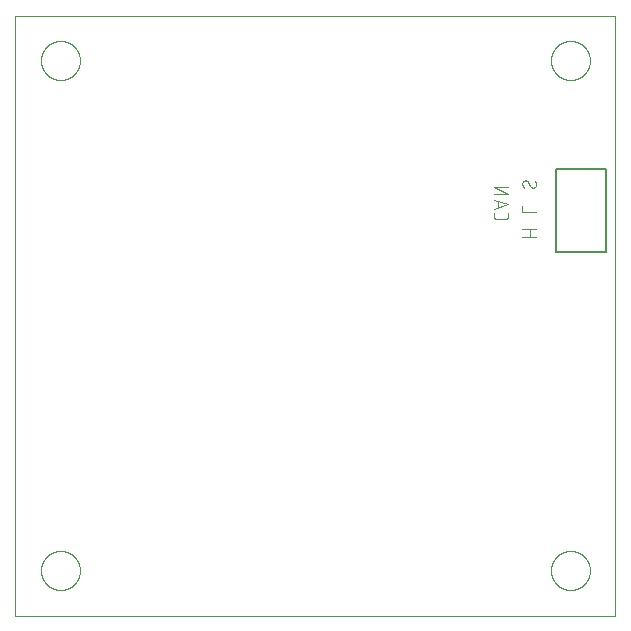
<source format=gbo>
G75*
%MOIN*%
%OFA0B0*%
%FSLAX25Y25*%
%IPPOS*%
%LPD*%
%AMOC8*
5,1,8,0,0,1.08239X$1,22.5*
%
%ADD10C,0.00300*%
%ADD11C,0.00400*%
%ADD12C,0.00000*%
%ADD13C,0.00500*%
D10*
X0430000Y0315000D02*
X0430000Y0515000D01*
X0630000Y0515000D01*
X0630000Y0315000D01*
X0430000Y0315000D01*
D11*
X0598950Y0441222D02*
X0603550Y0441222D01*
X0601506Y0441222D02*
X0601506Y0443778D01*
X0603550Y0443778D02*
X0598950Y0443778D01*
X0598950Y0449603D02*
X0598950Y0451647D01*
X0598950Y0449603D02*
X0603550Y0449603D01*
X0594175Y0449060D02*
X0594175Y0448038D01*
X0594173Y0447976D01*
X0594168Y0447915D01*
X0594158Y0447854D01*
X0594145Y0447793D01*
X0594129Y0447734D01*
X0594109Y0447676D01*
X0594085Y0447619D01*
X0594058Y0447563D01*
X0594028Y0447509D01*
X0593994Y0447457D01*
X0593957Y0447408D01*
X0593918Y0447360D01*
X0593876Y0447315D01*
X0593831Y0447273D01*
X0593783Y0447233D01*
X0593734Y0447197D01*
X0593682Y0447163D01*
X0593628Y0447133D01*
X0593572Y0447106D01*
X0593515Y0447082D01*
X0593457Y0447062D01*
X0593398Y0447046D01*
X0593337Y0447033D01*
X0593276Y0447023D01*
X0593215Y0447018D01*
X0593153Y0447016D01*
X0590597Y0447016D01*
X0590535Y0447018D01*
X0590474Y0447023D01*
X0590413Y0447033D01*
X0590352Y0447046D01*
X0590293Y0447062D01*
X0590235Y0447082D01*
X0590178Y0447106D01*
X0590122Y0447133D01*
X0590068Y0447163D01*
X0590016Y0447197D01*
X0589967Y0447233D01*
X0589919Y0447273D01*
X0589874Y0447315D01*
X0589832Y0447360D01*
X0589792Y0447408D01*
X0589756Y0447457D01*
X0589722Y0447509D01*
X0589692Y0447563D01*
X0589665Y0447619D01*
X0589641Y0447676D01*
X0589621Y0447734D01*
X0589605Y0447793D01*
X0589592Y0447854D01*
X0589582Y0447915D01*
X0589577Y0447976D01*
X0589575Y0448038D01*
X0589575Y0449060D01*
X0589575Y0450523D02*
X0594175Y0452057D01*
X0589575Y0453590D01*
X0590725Y0453207D02*
X0590725Y0450907D01*
X0589575Y0455429D02*
X0594175Y0455429D01*
X0589575Y0457984D01*
X0594175Y0457984D01*
X0599972Y0460028D02*
X0600035Y0460026D01*
X0600098Y0460020D01*
X0600161Y0460011D01*
X0600223Y0459997D01*
X0600284Y0459980D01*
X0600344Y0459959D01*
X0600402Y0459935D01*
X0600459Y0459907D01*
X0600514Y0459875D01*
X0600567Y0459840D01*
X0600618Y0459802D01*
X0600666Y0459761D01*
X0600712Y0459718D01*
X0600755Y0459671D01*
X0600795Y0459622D01*
X0600832Y0459571D01*
X0600866Y0459517D01*
X0600867Y0459517D02*
X0601633Y0458111D01*
X0603550Y0458622D02*
X0603548Y0458704D01*
X0603543Y0458786D01*
X0603534Y0458868D01*
X0603522Y0458949D01*
X0603506Y0459030D01*
X0603487Y0459110D01*
X0603464Y0459189D01*
X0603438Y0459267D01*
X0603409Y0459344D01*
X0603376Y0459419D01*
X0603340Y0459493D01*
X0603302Y0459566D01*
X0603260Y0459637D01*
X0603215Y0459705D01*
X0603167Y0459772D01*
X0601634Y0458111D02*
X0601668Y0458057D01*
X0601705Y0458006D01*
X0601745Y0457957D01*
X0601788Y0457910D01*
X0601834Y0457867D01*
X0601882Y0457826D01*
X0601933Y0457788D01*
X0601986Y0457753D01*
X0602041Y0457721D01*
X0602098Y0457693D01*
X0602156Y0457669D01*
X0602216Y0457648D01*
X0602277Y0457631D01*
X0602339Y0457617D01*
X0602402Y0457608D01*
X0602465Y0457602D01*
X0602528Y0457600D01*
X0602590Y0457602D01*
X0602651Y0457607D01*
X0602712Y0457617D01*
X0602773Y0457630D01*
X0602832Y0457646D01*
X0602890Y0457666D01*
X0602947Y0457690D01*
X0603003Y0457717D01*
X0603057Y0457747D01*
X0603109Y0457781D01*
X0603158Y0457818D01*
X0603206Y0457857D01*
X0603251Y0457899D01*
X0603293Y0457944D01*
X0603333Y0457992D01*
X0603369Y0458041D01*
X0603403Y0458093D01*
X0603433Y0458147D01*
X0603460Y0458203D01*
X0603484Y0458260D01*
X0603504Y0458318D01*
X0603520Y0458377D01*
X0603533Y0458438D01*
X0603543Y0458499D01*
X0603548Y0458560D01*
X0603550Y0458622D01*
X0599589Y0457473D02*
X0599526Y0457537D01*
X0599467Y0457605D01*
X0599410Y0457674D01*
X0599356Y0457746D01*
X0599305Y0457820D01*
X0599257Y0457896D01*
X0599213Y0457973D01*
X0599172Y0458053D01*
X0599134Y0458134D01*
X0599099Y0458217D01*
X0599068Y0458301D01*
X0599041Y0458387D01*
X0599017Y0458473D01*
X0598996Y0458561D01*
X0598980Y0458649D01*
X0598967Y0458738D01*
X0598957Y0458827D01*
X0598952Y0458916D01*
X0598950Y0459006D01*
X0598952Y0459068D01*
X0598957Y0459129D01*
X0598967Y0459190D01*
X0598980Y0459251D01*
X0598996Y0459310D01*
X0599016Y0459368D01*
X0599040Y0459425D01*
X0599067Y0459481D01*
X0599097Y0459535D01*
X0599131Y0459587D01*
X0599167Y0459636D01*
X0599207Y0459684D01*
X0599249Y0459729D01*
X0599294Y0459771D01*
X0599342Y0459811D01*
X0599391Y0459847D01*
X0599443Y0459881D01*
X0599497Y0459911D01*
X0599553Y0459938D01*
X0599610Y0459962D01*
X0599668Y0459982D01*
X0599727Y0459998D01*
X0599788Y0460011D01*
X0599849Y0460021D01*
X0599910Y0460026D01*
X0599972Y0460028D01*
D12*
X0608500Y0500000D02*
X0608502Y0500161D01*
X0608508Y0500321D01*
X0608518Y0500482D01*
X0608532Y0500642D01*
X0608550Y0500802D01*
X0608571Y0500961D01*
X0608597Y0501120D01*
X0608627Y0501278D01*
X0608660Y0501435D01*
X0608698Y0501592D01*
X0608739Y0501747D01*
X0608784Y0501901D01*
X0608833Y0502054D01*
X0608886Y0502206D01*
X0608942Y0502357D01*
X0609003Y0502506D01*
X0609066Y0502654D01*
X0609134Y0502800D01*
X0609205Y0502944D01*
X0609279Y0503086D01*
X0609357Y0503227D01*
X0609439Y0503365D01*
X0609524Y0503502D01*
X0609612Y0503636D01*
X0609704Y0503768D01*
X0609799Y0503898D01*
X0609897Y0504026D01*
X0609998Y0504151D01*
X0610102Y0504273D01*
X0610209Y0504393D01*
X0610319Y0504510D01*
X0610432Y0504625D01*
X0610548Y0504736D01*
X0610667Y0504845D01*
X0610788Y0504950D01*
X0610912Y0505053D01*
X0611038Y0505153D01*
X0611166Y0505249D01*
X0611297Y0505342D01*
X0611431Y0505432D01*
X0611566Y0505519D01*
X0611704Y0505602D01*
X0611843Y0505682D01*
X0611985Y0505758D01*
X0612128Y0505831D01*
X0612273Y0505900D01*
X0612420Y0505966D01*
X0612568Y0506028D01*
X0612718Y0506086D01*
X0612869Y0506141D01*
X0613022Y0506192D01*
X0613176Y0506239D01*
X0613331Y0506282D01*
X0613487Y0506321D01*
X0613643Y0506357D01*
X0613801Y0506388D01*
X0613959Y0506416D01*
X0614118Y0506440D01*
X0614278Y0506460D01*
X0614438Y0506476D01*
X0614598Y0506488D01*
X0614759Y0506496D01*
X0614920Y0506500D01*
X0615080Y0506500D01*
X0615241Y0506496D01*
X0615402Y0506488D01*
X0615562Y0506476D01*
X0615722Y0506460D01*
X0615882Y0506440D01*
X0616041Y0506416D01*
X0616199Y0506388D01*
X0616357Y0506357D01*
X0616513Y0506321D01*
X0616669Y0506282D01*
X0616824Y0506239D01*
X0616978Y0506192D01*
X0617131Y0506141D01*
X0617282Y0506086D01*
X0617432Y0506028D01*
X0617580Y0505966D01*
X0617727Y0505900D01*
X0617872Y0505831D01*
X0618015Y0505758D01*
X0618157Y0505682D01*
X0618296Y0505602D01*
X0618434Y0505519D01*
X0618569Y0505432D01*
X0618703Y0505342D01*
X0618834Y0505249D01*
X0618962Y0505153D01*
X0619088Y0505053D01*
X0619212Y0504950D01*
X0619333Y0504845D01*
X0619452Y0504736D01*
X0619568Y0504625D01*
X0619681Y0504510D01*
X0619791Y0504393D01*
X0619898Y0504273D01*
X0620002Y0504151D01*
X0620103Y0504026D01*
X0620201Y0503898D01*
X0620296Y0503768D01*
X0620388Y0503636D01*
X0620476Y0503502D01*
X0620561Y0503365D01*
X0620643Y0503227D01*
X0620721Y0503086D01*
X0620795Y0502944D01*
X0620866Y0502800D01*
X0620934Y0502654D01*
X0620997Y0502506D01*
X0621058Y0502357D01*
X0621114Y0502206D01*
X0621167Y0502054D01*
X0621216Y0501901D01*
X0621261Y0501747D01*
X0621302Y0501592D01*
X0621340Y0501435D01*
X0621373Y0501278D01*
X0621403Y0501120D01*
X0621429Y0500961D01*
X0621450Y0500802D01*
X0621468Y0500642D01*
X0621482Y0500482D01*
X0621492Y0500321D01*
X0621498Y0500161D01*
X0621500Y0500000D01*
X0621498Y0499839D01*
X0621492Y0499679D01*
X0621482Y0499518D01*
X0621468Y0499358D01*
X0621450Y0499198D01*
X0621429Y0499039D01*
X0621403Y0498880D01*
X0621373Y0498722D01*
X0621340Y0498565D01*
X0621302Y0498408D01*
X0621261Y0498253D01*
X0621216Y0498099D01*
X0621167Y0497946D01*
X0621114Y0497794D01*
X0621058Y0497643D01*
X0620997Y0497494D01*
X0620934Y0497346D01*
X0620866Y0497200D01*
X0620795Y0497056D01*
X0620721Y0496914D01*
X0620643Y0496773D01*
X0620561Y0496635D01*
X0620476Y0496498D01*
X0620388Y0496364D01*
X0620296Y0496232D01*
X0620201Y0496102D01*
X0620103Y0495974D01*
X0620002Y0495849D01*
X0619898Y0495727D01*
X0619791Y0495607D01*
X0619681Y0495490D01*
X0619568Y0495375D01*
X0619452Y0495264D01*
X0619333Y0495155D01*
X0619212Y0495050D01*
X0619088Y0494947D01*
X0618962Y0494847D01*
X0618834Y0494751D01*
X0618703Y0494658D01*
X0618569Y0494568D01*
X0618434Y0494481D01*
X0618296Y0494398D01*
X0618157Y0494318D01*
X0618015Y0494242D01*
X0617872Y0494169D01*
X0617727Y0494100D01*
X0617580Y0494034D01*
X0617432Y0493972D01*
X0617282Y0493914D01*
X0617131Y0493859D01*
X0616978Y0493808D01*
X0616824Y0493761D01*
X0616669Y0493718D01*
X0616513Y0493679D01*
X0616357Y0493643D01*
X0616199Y0493612D01*
X0616041Y0493584D01*
X0615882Y0493560D01*
X0615722Y0493540D01*
X0615562Y0493524D01*
X0615402Y0493512D01*
X0615241Y0493504D01*
X0615080Y0493500D01*
X0614920Y0493500D01*
X0614759Y0493504D01*
X0614598Y0493512D01*
X0614438Y0493524D01*
X0614278Y0493540D01*
X0614118Y0493560D01*
X0613959Y0493584D01*
X0613801Y0493612D01*
X0613643Y0493643D01*
X0613487Y0493679D01*
X0613331Y0493718D01*
X0613176Y0493761D01*
X0613022Y0493808D01*
X0612869Y0493859D01*
X0612718Y0493914D01*
X0612568Y0493972D01*
X0612420Y0494034D01*
X0612273Y0494100D01*
X0612128Y0494169D01*
X0611985Y0494242D01*
X0611843Y0494318D01*
X0611704Y0494398D01*
X0611566Y0494481D01*
X0611431Y0494568D01*
X0611297Y0494658D01*
X0611166Y0494751D01*
X0611038Y0494847D01*
X0610912Y0494947D01*
X0610788Y0495050D01*
X0610667Y0495155D01*
X0610548Y0495264D01*
X0610432Y0495375D01*
X0610319Y0495490D01*
X0610209Y0495607D01*
X0610102Y0495727D01*
X0609998Y0495849D01*
X0609897Y0495974D01*
X0609799Y0496102D01*
X0609704Y0496232D01*
X0609612Y0496364D01*
X0609524Y0496498D01*
X0609439Y0496635D01*
X0609357Y0496773D01*
X0609279Y0496914D01*
X0609205Y0497056D01*
X0609134Y0497200D01*
X0609066Y0497346D01*
X0609003Y0497494D01*
X0608942Y0497643D01*
X0608886Y0497794D01*
X0608833Y0497946D01*
X0608784Y0498099D01*
X0608739Y0498253D01*
X0608698Y0498408D01*
X0608660Y0498565D01*
X0608627Y0498722D01*
X0608597Y0498880D01*
X0608571Y0499039D01*
X0608550Y0499198D01*
X0608532Y0499358D01*
X0608518Y0499518D01*
X0608508Y0499679D01*
X0608502Y0499839D01*
X0608500Y0500000D01*
X0438500Y0500000D02*
X0438502Y0500161D01*
X0438508Y0500321D01*
X0438518Y0500482D01*
X0438532Y0500642D01*
X0438550Y0500802D01*
X0438571Y0500961D01*
X0438597Y0501120D01*
X0438627Y0501278D01*
X0438660Y0501435D01*
X0438698Y0501592D01*
X0438739Y0501747D01*
X0438784Y0501901D01*
X0438833Y0502054D01*
X0438886Y0502206D01*
X0438942Y0502357D01*
X0439003Y0502506D01*
X0439066Y0502654D01*
X0439134Y0502800D01*
X0439205Y0502944D01*
X0439279Y0503086D01*
X0439357Y0503227D01*
X0439439Y0503365D01*
X0439524Y0503502D01*
X0439612Y0503636D01*
X0439704Y0503768D01*
X0439799Y0503898D01*
X0439897Y0504026D01*
X0439998Y0504151D01*
X0440102Y0504273D01*
X0440209Y0504393D01*
X0440319Y0504510D01*
X0440432Y0504625D01*
X0440548Y0504736D01*
X0440667Y0504845D01*
X0440788Y0504950D01*
X0440912Y0505053D01*
X0441038Y0505153D01*
X0441166Y0505249D01*
X0441297Y0505342D01*
X0441431Y0505432D01*
X0441566Y0505519D01*
X0441704Y0505602D01*
X0441843Y0505682D01*
X0441985Y0505758D01*
X0442128Y0505831D01*
X0442273Y0505900D01*
X0442420Y0505966D01*
X0442568Y0506028D01*
X0442718Y0506086D01*
X0442869Y0506141D01*
X0443022Y0506192D01*
X0443176Y0506239D01*
X0443331Y0506282D01*
X0443487Y0506321D01*
X0443643Y0506357D01*
X0443801Y0506388D01*
X0443959Y0506416D01*
X0444118Y0506440D01*
X0444278Y0506460D01*
X0444438Y0506476D01*
X0444598Y0506488D01*
X0444759Y0506496D01*
X0444920Y0506500D01*
X0445080Y0506500D01*
X0445241Y0506496D01*
X0445402Y0506488D01*
X0445562Y0506476D01*
X0445722Y0506460D01*
X0445882Y0506440D01*
X0446041Y0506416D01*
X0446199Y0506388D01*
X0446357Y0506357D01*
X0446513Y0506321D01*
X0446669Y0506282D01*
X0446824Y0506239D01*
X0446978Y0506192D01*
X0447131Y0506141D01*
X0447282Y0506086D01*
X0447432Y0506028D01*
X0447580Y0505966D01*
X0447727Y0505900D01*
X0447872Y0505831D01*
X0448015Y0505758D01*
X0448157Y0505682D01*
X0448296Y0505602D01*
X0448434Y0505519D01*
X0448569Y0505432D01*
X0448703Y0505342D01*
X0448834Y0505249D01*
X0448962Y0505153D01*
X0449088Y0505053D01*
X0449212Y0504950D01*
X0449333Y0504845D01*
X0449452Y0504736D01*
X0449568Y0504625D01*
X0449681Y0504510D01*
X0449791Y0504393D01*
X0449898Y0504273D01*
X0450002Y0504151D01*
X0450103Y0504026D01*
X0450201Y0503898D01*
X0450296Y0503768D01*
X0450388Y0503636D01*
X0450476Y0503502D01*
X0450561Y0503365D01*
X0450643Y0503227D01*
X0450721Y0503086D01*
X0450795Y0502944D01*
X0450866Y0502800D01*
X0450934Y0502654D01*
X0450997Y0502506D01*
X0451058Y0502357D01*
X0451114Y0502206D01*
X0451167Y0502054D01*
X0451216Y0501901D01*
X0451261Y0501747D01*
X0451302Y0501592D01*
X0451340Y0501435D01*
X0451373Y0501278D01*
X0451403Y0501120D01*
X0451429Y0500961D01*
X0451450Y0500802D01*
X0451468Y0500642D01*
X0451482Y0500482D01*
X0451492Y0500321D01*
X0451498Y0500161D01*
X0451500Y0500000D01*
X0451498Y0499839D01*
X0451492Y0499679D01*
X0451482Y0499518D01*
X0451468Y0499358D01*
X0451450Y0499198D01*
X0451429Y0499039D01*
X0451403Y0498880D01*
X0451373Y0498722D01*
X0451340Y0498565D01*
X0451302Y0498408D01*
X0451261Y0498253D01*
X0451216Y0498099D01*
X0451167Y0497946D01*
X0451114Y0497794D01*
X0451058Y0497643D01*
X0450997Y0497494D01*
X0450934Y0497346D01*
X0450866Y0497200D01*
X0450795Y0497056D01*
X0450721Y0496914D01*
X0450643Y0496773D01*
X0450561Y0496635D01*
X0450476Y0496498D01*
X0450388Y0496364D01*
X0450296Y0496232D01*
X0450201Y0496102D01*
X0450103Y0495974D01*
X0450002Y0495849D01*
X0449898Y0495727D01*
X0449791Y0495607D01*
X0449681Y0495490D01*
X0449568Y0495375D01*
X0449452Y0495264D01*
X0449333Y0495155D01*
X0449212Y0495050D01*
X0449088Y0494947D01*
X0448962Y0494847D01*
X0448834Y0494751D01*
X0448703Y0494658D01*
X0448569Y0494568D01*
X0448434Y0494481D01*
X0448296Y0494398D01*
X0448157Y0494318D01*
X0448015Y0494242D01*
X0447872Y0494169D01*
X0447727Y0494100D01*
X0447580Y0494034D01*
X0447432Y0493972D01*
X0447282Y0493914D01*
X0447131Y0493859D01*
X0446978Y0493808D01*
X0446824Y0493761D01*
X0446669Y0493718D01*
X0446513Y0493679D01*
X0446357Y0493643D01*
X0446199Y0493612D01*
X0446041Y0493584D01*
X0445882Y0493560D01*
X0445722Y0493540D01*
X0445562Y0493524D01*
X0445402Y0493512D01*
X0445241Y0493504D01*
X0445080Y0493500D01*
X0444920Y0493500D01*
X0444759Y0493504D01*
X0444598Y0493512D01*
X0444438Y0493524D01*
X0444278Y0493540D01*
X0444118Y0493560D01*
X0443959Y0493584D01*
X0443801Y0493612D01*
X0443643Y0493643D01*
X0443487Y0493679D01*
X0443331Y0493718D01*
X0443176Y0493761D01*
X0443022Y0493808D01*
X0442869Y0493859D01*
X0442718Y0493914D01*
X0442568Y0493972D01*
X0442420Y0494034D01*
X0442273Y0494100D01*
X0442128Y0494169D01*
X0441985Y0494242D01*
X0441843Y0494318D01*
X0441704Y0494398D01*
X0441566Y0494481D01*
X0441431Y0494568D01*
X0441297Y0494658D01*
X0441166Y0494751D01*
X0441038Y0494847D01*
X0440912Y0494947D01*
X0440788Y0495050D01*
X0440667Y0495155D01*
X0440548Y0495264D01*
X0440432Y0495375D01*
X0440319Y0495490D01*
X0440209Y0495607D01*
X0440102Y0495727D01*
X0439998Y0495849D01*
X0439897Y0495974D01*
X0439799Y0496102D01*
X0439704Y0496232D01*
X0439612Y0496364D01*
X0439524Y0496498D01*
X0439439Y0496635D01*
X0439357Y0496773D01*
X0439279Y0496914D01*
X0439205Y0497056D01*
X0439134Y0497200D01*
X0439066Y0497346D01*
X0439003Y0497494D01*
X0438942Y0497643D01*
X0438886Y0497794D01*
X0438833Y0497946D01*
X0438784Y0498099D01*
X0438739Y0498253D01*
X0438698Y0498408D01*
X0438660Y0498565D01*
X0438627Y0498722D01*
X0438597Y0498880D01*
X0438571Y0499039D01*
X0438550Y0499198D01*
X0438532Y0499358D01*
X0438518Y0499518D01*
X0438508Y0499679D01*
X0438502Y0499839D01*
X0438500Y0500000D01*
X0438500Y0330000D02*
X0438502Y0330161D01*
X0438508Y0330321D01*
X0438518Y0330482D01*
X0438532Y0330642D01*
X0438550Y0330802D01*
X0438571Y0330961D01*
X0438597Y0331120D01*
X0438627Y0331278D01*
X0438660Y0331435D01*
X0438698Y0331592D01*
X0438739Y0331747D01*
X0438784Y0331901D01*
X0438833Y0332054D01*
X0438886Y0332206D01*
X0438942Y0332357D01*
X0439003Y0332506D01*
X0439066Y0332654D01*
X0439134Y0332800D01*
X0439205Y0332944D01*
X0439279Y0333086D01*
X0439357Y0333227D01*
X0439439Y0333365D01*
X0439524Y0333502D01*
X0439612Y0333636D01*
X0439704Y0333768D01*
X0439799Y0333898D01*
X0439897Y0334026D01*
X0439998Y0334151D01*
X0440102Y0334273D01*
X0440209Y0334393D01*
X0440319Y0334510D01*
X0440432Y0334625D01*
X0440548Y0334736D01*
X0440667Y0334845D01*
X0440788Y0334950D01*
X0440912Y0335053D01*
X0441038Y0335153D01*
X0441166Y0335249D01*
X0441297Y0335342D01*
X0441431Y0335432D01*
X0441566Y0335519D01*
X0441704Y0335602D01*
X0441843Y0335682D01*
X0441985Y0335758D01*
X0442128Y0335831D01*
X0442273Y0335900D01*
X0442420Y0335966D01*
X0442568Y0336028D01*
X0442718Y0336086D01*
X0442869Y0336141D01*
X0443022Y0336192D01*
X0443176Y0336239D01*
X0443331Y0336282D01*
X0443487Y0336321D01*
X0443643Y0336357D01*
X0443801Y0336388D01*
X0443959Y0336416D01*
X0444118Y0336440D01*
X0444278Y0336460D01*
X0444438Y0336476D01*
X0444598Y0336488D01*
X0444759Y0336496D01*
X0444920Y0336500D01*
X0445080Y0336500D01*
X0445241Y0336496D01*
X0445402Y0336488D01*
X0445562Y0336476D01*
X0445722Y0336460D01*
X0445882Y0336440D01*
X0446041Y0336416D01*
X0446199Y0336388D01*
X0446357Y0336357D01*
X0446513Y0336321D01*
X0446669Y0336282D01*
X0446824Y0336239D01*
X0446978Y0336192D01*
X0447131Y0336141D01*
X0447282Y0336086D01*
X0447432Y0336028D01*
X0447580Y0335966D01*
X0447727Y0335900D01*
X0447872Y0335831D01*
X0448015Y0335758D01*
X0448157Y0335682D01*
X0448296Y0335602D01*
X0448434Y0335519D01*
X0448569Y0335432D01*
X0448703Y0335342D01*
X0448834Y0335249D01*
X0448962Y0335153D01*
X0449088Y0335053D01*
X0449212Y0334950D01*
X0449333Y0334845D01*
X0449452Y0334736D01*
X0449568Y0334625D01*
X0449681Y0334510D01*
X0449791Y0334393D01*
X0449898Y0334273D01*
X0450002Y0334151D01*
X0450103Y0334026D01*
X0450201Y0333898D01*
X0450296Y0333768D01*
X0450388Y0333636D01*
X0450476Y0333502D01*
X0450561Y0333365D01*
X0450643Y0333227D01*
X0450721Y0333086D01*
X0450795Y0332944D01*
X0450866Y0332800D01*
X0450934Y0332654D01*
X0450997Y0332506D01*
X0451058Y0332357D01*
X0451114Y0332206D01*
X0451167Y0332054D01*
X0451216Y0331901D01*
X0451261Y0331747D01*
X0451302Y0331592D01*
X0451340Y0331435D01*
X0451373Y0331278D01*
X0451403Y0331120D01*
X0451429Y0330961D01*
X0451450Y0330802D01*
X0451468Y0330642D01*
X0451482Y0330482D01*
X0451492Y0330321D01*
X0451498Y0330161D01*
X0451500Y0330000D01*
X0451498Y0329839D01*
X0451492Y0329679D01*
X0451482Y0329518D01*
X0451468Y0329358D01*
X0451450Y0329198D01*
X0451429Y0329039D01*
X0451403Y0328880D01*
X0451373Y0328722D01*
X0451340Y0328565D01*
X0451302Y0328408D01*
X0451261Y0328253D01*
X0451216Y0328099D01*
X0451167Y0327946D01*
X0451114Y0327794D01*
X0451058Y0327643D01*
X0450997Y0327494D01*
X0450934Y0327346D01*
X0450866Y0327200D01*
X0450795Y0327056D01*
X0450721Y0326914D01*
X0450643Y0326773D01*
X0450561Y0326635D01*
X0450476Y0326498D01*
X0450388Y0326364D01*
X0450296Y0326232D01*
X0450201Y0326102D01*
X0450103Y0325974D01*
X0450002Y0325849D01*
X0449898Y0325727D01*
X0449791Y0325607D01*
X0449681Y0325490D01*
X0449568Y0325375D01*
X0449452Y0325264D01*
X0449333Y0325155D01*
X0449212Y0325050D01*
X0449088Y0324947D01*
X0448962Y0324847D01*
X0448834Y0324751D01*
X0448703Y0324658D01*
X0448569Y0324568D01*
X0448434Y0324481D01*
X0448296Y0324398D01*
X0448157Y0324318D01*
X0448015Y0324242D01*
X0447872Y0324169D01*
X0447727Y0324100D01*
X0447580Y0324034D01*
X0447432Y0323972D01*
X0447282Y0323914D01*
X0447131Y0323859D01*
X0446978Y0323808D01*
X0446824Y0323761D01*
X0446669Y0323718D01*
X0446513Y0323679D01*
X0446357Y0323643D01*
X0446199Y0323612D01*
X0446041Y0323584D01*
X0445882Y0323560D01*
X0445722Y0323540D01*
X0445562Y0323524D01*
X0445402Y0323512D01*
X0445241Y0323504D01*
X0445080Y0323500D01*
X0444920Y0323500D01*
X0444759Y0323504D01*
X0444598Y0323512D01*
X0444438Y0323524D01*
X0444278Y0323540D01*
X0444118Y0323560D01*
X0443959Y0323584D01*
X0443801Y0323612D01*
X0443643Y0323643D01*
X0443487Y0323679D01*
X0443331Y0323718D01*
X0443176Y0323761D01*
X0443022Y0323808D01*
X0442869Y0323859D01*
X0442718Y0323914D01*
X0442568Y0323972D01*
X0442420Y0324034D01*
X0442273Y0324100D01*
X0442128Y0324169D01*
X0441985Y0324242D01*
X0441843Y0324318D01*
X0441704Y0324398D01*
X0441566Y0324481D01*
X0441431Y0324568D01*
X0441297Y0324658D01*
X0441166Y0324751D01*
X0441038Y0324847D01*
X0440912Y0324947D01*
X0440788Y0325050D01*
X0440667Y0325155D01*
X0440548Y0325264D01*
X0440432Y0325375D01*
X0440319Y0325490D01*
X0440209Y0325607D01*
X0440102Y0325727D01*
X0439998Y0325849D01*
X0439897Y0325974D01*
X0439799Y0326102D01*
X0439704Y0326232D01*
X0439612Y0326364D01*
X0439524Y0326498D01*
X0439439Y0326635D01*
X0439357Y0326773D01*
X0439279Y0326914D01*
X0439205Y0327056D01*
X0439134Y0327200D01*
X0439066Y0327346D01*
X0439003Y0327494D01*
X0438942Y0327643D01*
X0438886Y0327794D01*
X0438833Y0327946D01*
X0438784Y0328099D01*
X0438739Y0328253D01*
X0438698Y0328408D01*
X0438660Y0328565D01*
X0438627Y0328722D01*
X0438597Y0328880D01*
X0438571Y0329039D01*
X0438550Y0329198D01*
X0438532Y0329358D01*
X0438518Y0329518D01*
X0438508Y0329679D01*
X0438502Y0329839D01*
X0438500Y0330000D01*
X0608500Y0330000D02*
X0608502Y0330161D01*
X0608508Y0330321D01*
X0608518Y0330482D01*
X0608532Y0330642D01*
X0608550Y0330802D01*
X0608571Y0330961D01*
X0608597Y0331120D01*
X0608627Y0331278D01*
X0608660Y0331435D01*
X0608698Y0331592D01*
X0608739Y0331747D01*
X0608784Y0331901D01*
X0608833Y0332054D01*
X0608886Y0332206D01*
X0608942Y0332357D01*
X0609003Y0332506D01*
X0609066Y0332654D01*
X0609134Y0332800D01*
X0609205Y0332944D01*
X0609279Y0333086D01*
X0609357Y0333227D01*
X0609439Y0333365D01*
X0609524Y0333502D01*
X0609612Y0333636D01*
X0609704Y0333768D01*
X0609799Y0333898D01*
X0609897Y0334026D01*
X0609998Y0334151D01*
X0610102Y0334273D01*
X0610209Y0334393D01*
X0610319Y0334510D01*
X0610432Y0334625D01*
X0610548Y0334736D01*
X0610667Y0334845D01*
X0610788Y0334950D01*
X0610912Y0335053D01*
X0611038Y0335153D01*
X0611166Y0335249D01*
X0611297Y0335342D01*
X0611431Y0335432D01*
X0611566Y0335519D01*
X0611704Y0335602D01*
X0611843Y0335682D01*
X0611985Y0335758D01*
X0612128Y0335831D01*
X0612273Y0335900D01*
X0612420Y0335966D01*
X0612568Y0336028D01*
X0612718Y0336086D01*
X0612869Y0336141D01*
X0613022Y0336192D01*
X0613176Y0336239D01*
X0613331Y0336282D01*
X0613487Y0336321D01*
X0613643Y0336357D01*
X0613801Y0336388D01*
X0613959Y0336416D01*
X0614118Y0336440D01*
X0614278Y0336460D01*
X0614438Y0336476D01*
X0614598Y0336488D01*
X0614759Y0336496D01*
X0614920Y0336500D01*
X0615080Y0336500D01*
X0615241Y0336496D01*
X0615402Y0336488D01*
X0615562Y0336476D01*
X0615722Y0336460D01*
X0615882Y0336440D01*
X0616041Y0336416D01*
X0616199Y0336388D01*
X0616357Y0336357D01*
X0616513Y0336321D01*
X0616669Y0336282D01*
X0616824Y0336239D01*
X0616978Y0336192D01*
X0617131Y0336141D01*
X0617282Y0336086D01*
X0617432Y0336028D01*
X0617580Y0335966D01*
X0617727Y0335900D01*
X0617872Y0335831D01*
X0618015Y0335758D01*
X0618157Y0335682D01*
X0618296Y0335602D01*
X0618434Y0335519D01*
X0618569Y0335432D01*
X0618703Y0335342D01*
X0618834Y0335249D01*
X0618962Y0335153D01*
X0619088Y0335053D01*
X0619212Y0334950D01*
X0619333Y0334845D01*
X0619452Y0334736D01*
X0619568Y0334625D01*
X0619681Y0334510D01*
X0619791Y0334393D01*
X0619898Y0334273D01*
X0620002Y0334151D01*
X0620103Y0334026D01*
X0620201Y0333898D01*
X0620296Y0333768D01*
X0620388Y0333636D01*
X0620476Y0333502D01*
X0620561Y0333365D01*
X0620643Y0333227D01*
X0620721Y0333086D01*
X0620795Y0332944D01*
X0620866Y0332800D01*
X0620934Y0332654D01*
X0620997Y0332506D01*
X0621058Y0332357D01*
X0621114Y0332206D01*
X0621167Y0332054D01*
X0621216Y0331901D01*
X0621261Y0331747D01*
X0621302Y0331592D01*
X0621340Y0331435D01*
X0621373Y0331278D01*
X0621403Y0331120D01*
X0621429Y0330961D01*
X0621450Y0330802D01*
X0621468Y0330642D01*
X0621482Y0330482D01*
X0621492Y0330321D01*
X0621498Y0330161D01*
X0621500Y0330000D01*
X0621498Y0329839D01*
X0621492Y0329679D01*
X0621482Y0329518D01*
X0621468Y0329358D01*
X0621450Y0329198D01*
X0621429Y0329039D01*
X0621403Y0328880D01*
X0621373Y0328722D01*
X0621340Y0328565D01*
X0621302Y0328408D01*
X0621261Y0328253D01*
X0621216Y0328099D01*
X0621167Y0327946D01*
X0621114Y0327794D01*
X0621058Y0327643D01*
X0620997Y0327494D01*
X0620934Y0327346D01*
X0620866Y0327200D01*
X0620795Y0327056D01*
X0620721Y0326914D01*
X0620643Y0326773D01*
X0620561Y0326635D01*
X0620476Y0326498D01*
X0620388Y0326364D01*
X0620296Y0326232D01*
X0620201Y0326102D01*
X0620103Y0325974D01*
X0620002Y0325849D01*
X0619898Y0325727D01*
X0619791Y0325607D01*
X0619681Y0325490D01*
X0619568Y0325375D01*
X0619452Y0325264D01*
X0619333Y0325155D01*
X0619212Y0325050D01*
X0619088Y0324947D01*
X0618962Y0324847D01*
X0618834Y0324751D01*
X0618703Y0324658D01*
X0618569Y0324568D01*
X0618434Y0324481D01*
X0618296Y0324398D01*
X0618157Y0324318D01*
X0618015Y0324242D01*
X0617872Y0324169D01*
X0617727Y0324100D01*
X0617580Y0324034D01*
X0617432Y0323972D01*
X0617282Y0323914D01*
X0617131Y0323859D01*
X0616978Y0323808D01*
X0616824Y0323761D01*
X0616669Y0323718D01*
X0616513Y0323679D01*
X0616357Y0323643D01*
X0616199Y0323612D01*
X0616041Y0323584D01*
X0615882Y0323560D01*
X0615722Y0323540D01*
X0615562Y0323524D01*
X0615402Y0323512D01*
X0615241Y0323504D01*
X0615080Y0323500D01*
X0614920Y0323500D01*
X0614759Y0323504D01*
X0614598Y0323512D01*
X0614438Y0323524D01*
X0614278Y0323540D01*
X0614118Y0323560D01*
X0613959Y0323584D01*
X0613801Y0323612D01*
X0613643Y0323643D01*
X0613487Y0323679D01*
X0613331Y0323718D01*
X0613176Y0323761D01*
X0613022Y0323808D01*
X0612869Y0323859D01*
X0612718Y0323914D01*
X0612568Y0323972D01*
X0612420Y0324034D01*
X0612273Y0324100D01*
X0612128Y0324169D01*
X0611985Y0324242D01*
X0611843Y0324318D01*
X0611704Y0324398D01*
X0611566Y0324481D01*
X0611431Y0324568D01*
X0611297Y0324658D01*
X0611166Y0324751D01*
X0611038Y0324847D01*
X0610912Y0324947D01*
X0610788Y0325050D01*
X0610667Y0325155D01*
X0610548Y0325264D01*
X0610432Y0325375D01*
X0610319Y0325490D01*
X0610209Y0325607D01*
X0610102Y0325727D01*
X0609998Y0325849D01*
X0609897Y0325974D01*
X0609799Y0326102D01*
X0609704Y0326232D01*
X0609612Y0326364D01*
X0609524Y0326498D01*
X0609439Y0326635D01*
X0609357Y0326773D01*
X0609279Y0326914D01*
X0609205Y0327056D01*
X0609134Y0327200D01*
X0609066Y0327346D01*
X0609003Y0327494D01*
X0608942Y0327643D01*
X0608886Y0327794D01*
X0608833Y0327946D01*
X0608784Y0328099D01*
X0608739Y0328253D01*
X0608698Y0328408D01*
X0608660Y0328565D01*
X0608627Y0328722D01*
X0608597Y0328880D01*
X0608571Y0329039D01*
X0608550Y0329198D01*
X0608532Y0329358D01*
X0608518Y0329518D01*
X0608508Y0329679D01*
X0608502Y0329839D01*
X0608500Y0330000D01*
D13*
X0610172Y0436220D02*
X0610172Y0463780D01*
X0626905Y0463780D01*
X0626905Y0436220D01*
X0610172Y0436220D01*
M02*

</source>
